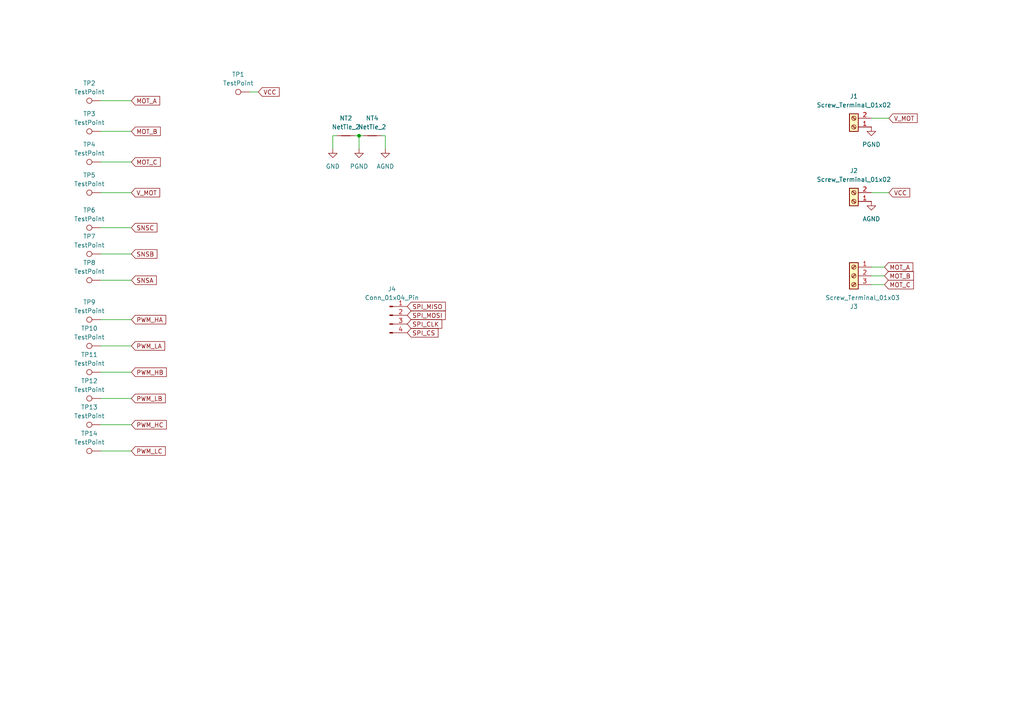
<source format=kicad_sch>
(kicad_sch (version 20250114) (generator "eeschema") (generator_version "9.0")
  (paper "A4")
  (lib_symbols
    (symbol "Connector:Conn_01x04_Pin" (pin_names (offset 1.016) (hide yes))
      (property "Reference" "J" (at 0 5.08 0))
      (property "Value" "Conn_01x04_Pin" (at 0 -7.62 0))
      (symbol "Conn_01x04_Pin_1_1"
        (rectangle (start 0.8636 2.667) (end 0 2.413) (stroke (width 0.1524)) (fill (type outline)))
        (rectangle (start 0.8636 0.127) (end 0 -0.127) (stroke (width 0.1524)) (fill (type outline)))
        (rectangle (start 0.8636 -2.413) (end 0 -2.667) (stroke (width 0.1524)) (fill (type outline)))
        (rectangle (start 0.8636 -4.953) (end 0 -5.207) (stroke (width 0.1524)) (fill (type outline)))
        (polyline (pts (xy 1.27 2.54) (xy 0.8636 2.54)) (stroke (width 0.1524)))
        (polyline (pts (xy 1.27 0) (xy 0.8636 0)) (stroke (width 0.1524)))
        (polyline (pts (xy 1.27 -2.54) (xy 0.8636 -2.54)) (stroke (width 0.1524)))
        (polyline (pts (xy 1.27 -5.08) (xy 0.8636 -5.08)) (stroke (width 0.1524)))
        (pin passive line (at 5.08 2.54 180) (length 3.81) (name "Pin_1") (number "1"))
        (pin passive line (at 5.08 0 180) (length 3.81) (name "Pin_2") (number "2"))
        (pin passive line (at 5.08 -2.54 180) (length 3.81) (name "Pin_3") (number "3"))
        (pin passive line (at 5.08 -5.08 180) (length 3.81) (name "Pin_4") (number "4"))
      )
    )
    (symbol "Connector:Screw_Terminal_01x02" (pin_names (offset 1.016) (hide yes))
      (property "Reference" "J" (at 0 2.54 0))
      (property "Value" "Screw_Terminal_01x02" (at 0 -5.08 0))
      (symbol "Screw_Terminal_01x02_1_1"
        (rectangle (start -1.27 1.27) (end 1.27 -3.81) (stroke (width 0.254)) (fill (type background)))
        (polyline (pts (xy -0.5334 0.3302) (xy 0.3302 -0.508)) (stroke (width 0.1524)))
        (polyline (pts (xy -0.5334 -2.2098) (xy 0.3302 -3.048)) (stroke (width 0.1524)))
        (polyline (pts (xy -0.3556 0.508) (xy 0.508 -0.3302)) (stroke (width 0.1524)))
        (polyline (pts (xy -0.3556 -2.032) (xy 0.508 -2.8702)) (stroke (width 0.1524)))
        (circle (center 0 0) (radius 0.635) (stroke (width 0.1524)))
        (circle (center 0 -2.54) (radius 0.635) (stroke (width 0.1524)))
        (pin passive line (at -5.08 0 0) (length 3.81) (name "Pin_1") (number "1"))
        (pin passive line (at -5.08 -2.54 0) (length 3.81) (name "Pin_2") (number "2"))
      )
    )
    (symbol "Connector:Screw_Terminal_01x03" (pin_names (offset 1.016) (hide yes))
      (property "Reference" "J" (at 0 5.08 0))
      (property "Value" "Screw_Terminal_01x03" (at 0 -5.08 0))
      (symbol "Screw_Terminal_01x03_1_1"
        (rectangle (start -1.27 3.81) (end 1.27 -3.81) (stroke (width 0.254)) (fill (type background)))
        (polyline (pts (xy -0.5334 2.8702) (xy 0.3302 2.032)) (stroke (width 0.1524)))
        (polyline (pts (xy -0.5334 0.3302) (xy 0.3302 -0.508)) (stroke (width 0.1524)))
        (polyline (pts (xy -0.5334 -2.2098) (xy 0.3302 -3.048)) (stroke (width 0.1524)))
        (polyline (pts (xy -0.3556 3.048) (xy 0.508 2.2098)) (stroke (width 0.1524)))
        (polyline (pts (xy -0.3556 0.508) (xy 0.508 -0.3302)) (stroke (width 0.1524)))
        (polyline (pts (xy -0.3556 -2.032) (xy 0.508 -2.8702)) (stroke (width 0.1524)))
        (circle (center 0 2.54) (radius 0.635) (stroke (width 0.1524)))
        (circle (center 0 0) (radius 0.635) (stroke (width 0.1524)))
        (circle (center 0 -2.54) (radius 0.635) (stroke (width 0.1524)))
        (pin passive line (at -5.08 2.54 0) (length 3.81) (name "Pin_1") (number "1"))
        (pin passive line (at -5.08 0 0) (length 3.81) (name "Pin_2") (number "2"))
        (pin passive line (at -5.08 -2.54 0) (length 3.81) (name "Pin_3") (number "3"))
      )
    )
    (symbol "Connector:TestPoint" (pin_numbers (hide yes)) (pin_names (offset 0.762) (hide yes))
      (property "Reference" "TP" (at 0 6.858 0))
      (property "Value" "TestPoint" (at 0 5.08 0))
      (symbol "TestPoint_0_1"
        (circle (center 0 3.302) (radius 0.762))
      )
      (symbol "TestPoint_1_1"
        (pin passive line (at 0 0 90) (length 2.54) (name "1") (number "1"))
      )
    )
    (symbol "Device:NetTie_2" (pin_numbers (hide yes)) (pin_names (offset 0) (hide yes)) (in_bom no)
      (property "Reference" "NT" (at 0 1.27 0))
      (property "Value" "NetTie_2" (at 0 -1.27 0))
      (symbol "NetTie_2_0_1"
        (polyline (pts (xy -1.27 0) (xy 1.27 0)) (stroke (width 0.254)))
      )
      (symbol "NetTie_2_1_1"
        (pin passive line (at -2.54 0 0) (length 2.54) (name "1") (number "1"))
        (pin passive line (at 2.54 0 180) (length 2.54) (name "2") (number "2"))
      )
    )
    (symbol "power:GND" (power) (pin_numbers (hide yes)) (pin_names (offset 0) (hide yes))
      (property "Value" "GND" (at 0 -3.81 0))
      (symbol "GND_0_1"
        (polyline (pts (xy 0 0) (xy 0 -1.27) (xy 1.27 -1.27) (xy 0 -2.54) (xy -1.27 -1.27) (xy 0 -1.27)))
      )
      (symbol "GND_1_1"
        (pin power_in line (at 0 0 270) (length 0) (name "~") (number "1"))
      )
    )
  )
  (text_box "Component selection notes\n1. See gate driver options. \n  - recommended CSD18536KCS (TO-220 package) but \n  - prefer SMD option CSD18534Q5A\n" (exclude_from_sim yes) (at 308.61 15.24 0) (size 67.31 44.45) (margins 0.9525 0.9525 0.9525 0.9525) (fill (type color) (color 255 255 204 1)) (effects (font (size 1.27 1.27)) (justify left top)))
  (junction (at 104.14 39.37))
  (wire (pts (xy 104.14 39.37) (xy 102.87 39.37)))
  (wire (pts (xy 29.21 107.95) (xy 38.1 107.95)))
  (wire (pts (xy 29.21 66.04) (xy 38.1 66.04)))
  (wire (pts (xy 29.21 92.71) (xy 38.1 92.71)))
  (wire (pts (xy 96.52 43.18) (xy 96.52 39.37)))
  (wire (pts (xy 29.21 100.33) (xy 38.1 100.33)))
  (wire (pts (xy 29.21 123.19) (xy 38.1 123.19)))
  (wire (pts (xy 29.21 55.88) (xy 38.1 55.88)))
  (wire (pts (xy 252.73 80.01) (xy 256.54 80.01)))
  (wire (pts (xy 104.14 43.18) (xy 104.14 39.37)))
  (wire (pts (xy 96.52 39.37) (xy 97.79 39.37)))
  (wire (pts (xy 29.21 29.21) (xy 38.1 29.21)))
  (wire (pts (xy 111.76 39.37) (xy 111.76 43.18)))
  (wire (pts (xy 252.73 34.29) (xy 257.81 34.29)))
  (wire (pts (xy 29.21 46.99) (xy 38.1 46.99)))
  (wire (pts (xy 252.73 82.55) (xy 256.54 82.55)))
  (wire (pts (xy 110.49 39.37) (xy 111.76 39.37)))
  (wire (pts (xy 252.73 55.88) (xy 257.81 55.88)))
  (wire (pts (xy 29.21 81.28) (xy 38.1 81.28)))
  (wire (pts (xy 29.21 115.57) (xy 38.1 115.57)))
  (wire (pts (xy 74.93 26.67) (xy 72.39 26.67)))
  (wire (pts (xy 29.21 73.66) (xy 38.1 73.66)))
  (wire (pts (xy 104.14 39.37) (xy 105.41 39.37)))
  (wire (pts (xy 29.21 130.81) (xy 38.1 130.81)))
  (wire (pts (xy 29.21 38.1) (xy 38.1 38.1)))
  (wire (pts (xy 252.73 77.47) (xy 256.54 77.47)))
  (global_label "MOT_B" (shape input) (at 256.54 80.01 0) (property "Intersheetrefs" "${INTERSHEET_REFS}" (at 265.5123 80.01 0) (effects (justify left))))
  (global_label "SPI_CLK" (shape input) (at 118.11 93.98 0) (property "Intersheetrefs" "${INTERSHEET_REFS}" (at 128.7152 93.98 0) (effects (justify left))))
  (global_label "VCC" (shape input) (at 257.81 55.88 0) (property "Intersheetrefs" "${INTERSHEET_REFS}" (at 264.4238 55.88 0) (effects (justify left))))
  (global_label "SNSC" (shape input) (at 38.1 66.04 0) (property "Intersheetrefs" "${INTERSHEET_REFS}" (at 46.1047 66.04 0) (effects (justify left))))
  (global_label "PWM_HB" (shape input) (at 38.1 107.95 0) (property "Intersheetrefs" "${INTERSHEET_REFS}" (at 48.8261 107.95 0) (effects (justify left))))
  (global_label "MOT_C" (shape input) (at 38.1 46.99 0) (property "Intersheetrefs" "${INTERSHEET_REFS}" (at 47.0723 46.99 0) (effects (justify left))))
  (global_label "SNSB" (shape input) (at 38.1 73.66 0) (property "Intersheetrefs" "${INTERSHEET_REFS}" (at 46.1047 73.66 0) (effects (justify left))))
  (global_label "SPI_MOSI" (shape input) (at 118.11 91.44 0) (property "Intersheetrefs" "${INTERSHEET_REFS}" (at 129.7433 91.44 0) (effects (justify left))))
  (global_label "MOT_B" (shape input) (at 38.1 38.1 0) (property "Intersheetrefs" "${INTERSHEET_REFS}" (at 47.0723 38.1 0) (effects (justify left))))
  (global_label "MOT_A" (shape input) (at 38.1 29.21 0) (property "Intersheetrefs" "${INTERSHEET_REFS}" (at 46.8909 29.21 0) (effects (justify left))))
  (global_label "PWM_HC" (shape input) (at 38.1 123.19 0) (property "Intersheetrefs" "${INTERSHEET_REFS}" (at 48.8261 123.19 0) (effects (justify left))))
  (global_label "PWM_HA" (shape input) (at 38.1 92.71 0) (property "Intersheetrefs" "${INTERSHEET_REFS}" (at 48.6447 92.71 0) (effects (justify left))))
  (global_label "MOT_A" (shape input) (at 256.54 77.47 0) (property "Intersheetrefs" "${INTERSHEET_REFS}" (at 265.3309 77.47 0) (effects (justify left))))
  (global_label "PWM_LC" (shape input) (at 38.1 130.81 0) (property "Intersheetrefs" "${INTERSHEET_REFS}" (at 48.5237 130.81 0) (effects (justify left))))
  (global_label "PWM_LB" (shape input) (at 38.1 115.57 0) (property "Intersheetrefs" "${INTERSHEET_REFS}" (at 48.5237 115.57 0) (effects (justify left))))
  (global_label "VCC" (shape input) (at 74.93 26.67 0) (property "Intersheetrefs" "${INTERSHEET_REFS}" (at 81.5438 26.67 0) (effects (justify left))))
  (global_label "V_MOT" (shape input) (at 38.1 55.88 0) (property "Intersheetrefs" "${INTERSHEET_REFS}" (at 46.8909 55.88 0) (effects (justify left))))
  (global_label "SPI_MISO" (shape input) (at 118.11 88.9 0) (property "Intersheetrefs" "${INTERSHEET_REFS}" (at 129.7433 88.9 0) (effects (justify left))))
  (global_label "SPI_CS" (shape input) (at 118.11 96.52 0) (property "Intersheetrefs" "${INTERSHEET_REFS}" (at 127.6266 96.52 0) (effects (justify left))))
  (global_label "MOT_C" (shape input) (at 256.54 82.55 0) (property "Intersheetrefs" "${INTERSHEET_REFS}" (at 265.5123 82.55 0) (effects (justify left))))
  (global_label "SNSA" (shape input) (at 38.1 81.28 0) (property "Intersheetrefs" "${INTERSHEET_REFS}" (at 45.9233 81.28 0) (effects (justify left))))
  (global_label "PWM_LA" (shape input) (at 38.1 100.33 0) (property "Intersheetrefs" "${INTERSHEET_REFS}" (at 48.3423 100.33 0) (effects (justify left))))
  (global_label "V_MOT" (shape input) (at 257.81 34.29 0) (property "Intersheetrefs" "${INTERSHEET_REFS}" (at 266.6009 34.29 0) (effects (justify left))))
  (symbol (lib_id "Connector:TestPoint") (at 29.21 73.66 90) (unit 1)
    (property "Reference" "TP7" (at 25.908 68.58 90))
    (property "Value" "TestPoint" (at 25.908 71.12 90))
    (property "Footprint" "TestPoint:TestPoint_Keystone_5015_Micro_Mini" (effects (hide yes)))
    (property "Description" "test point" (effects (hide yes)))
  )
  (symbol (lib_id "Connector:Screw_Terminal_01x02") (at 247.65 36.83 180) (unit 1)
    (property "Reference" "J1" (at 247.65 27.94 0))
    (property "Value" "Screw_Terminal_01x02" (at 247.65 30.48 0))
    (property "Footprint" "TerminalBlock:TerminalBlock_Xinya_XY308-2.54-2P_1x02_P2.54mm_Horizontal" (effects (hide yes)))
    (property "Description" "Generic screw terminal, single row, 01x02, script generated (kicad-library-utils/schlib/autogen/connector/)" (effects (hide yes)))
  )
  (symbol (lib_id "Device:NetTie_2") (at 107.95 39.37 0) (unit 1) (in_bom no)
    (property "Reference" "NT4" (at 107.95 34.29 0))
    (property "Value" "NetTie_2" (at 107.95 36.83 0))
    (property "Description" "Net tie, 2 pins" (effects (hide yes)))
  )
  (symbol (lib_id "Connector:TestPoint") (at 29.21 123.19 90) (unit 1)
    (property "Reference" "TP13" (at 25.908 118.11 90))
    (property "Value" "TestPoint" (at 25.908 120.65 90))
    (property "Footprint" "TestPoint:TestPoint_Keystone_5015_Micro_Mini" (effects (hide yes)))
    (property "Description" "test point" (effects (hide yes)))
  )
  (symbol (lib_id "Connector:TestPoint") (at 29.21 100.33 90) (unit 1)
    (property "Reference" "TP10" (at 25.908 95.25 90))
    (property "Value" "TestPoint" (at 25.908 97.79 90))
    (property "Footprint" "TestPoint:TestPoint_Keystone_5015_Micro_Mini" (effects (hide yes)))
    (property "Description" "test point" (effects (hide yes)))
  )
  (symbol (lib_id "Connector:TestPoint") (at 29.21 92.71 90) (unit 1)
    (property "Reference" "TP9" (at 25.908 87.63 90))
    (property "Value" "TestPoint" (at 25.908 90.17 90))
    (property "Footprint" "TestPoint:TestPoint_Keystone_5015_Micro_Mini" (effects (hide yes)))
    (property "Description" "test point" (effects (hide yes)))
  )
  (symbol (lib_id "power:GND") (at 96.52 43.18 0) (unit 1)
    (property "Reference" "#PWR016" (effects (hide yes)))
    (property "Value" "GND" (at 96.52 48.26 0))
    (property "Description" "Power symbol creates a global label with name \"GND\" , ground" (effects (hide yes)))
  )
  (symbol (lib_id "power:GND") (at 111.76 43.18 0) (unit 1)
    (property "Reference" "#PWR018" (effects (hide yes)))
    (property "Value" "AGND" (at 111.76 48.26 0))
    (property "Description" "Power symbol creates a global label with name \"GND\" , ground" (effects (hide yes)))
  )
  (symbol (lib_id "power:GND") (at 104.14 43.18 0) (unit 1)
    (property "Reference" "#PWR017" (effects (hide yes)))
    (property "Value" "PGND" (at 104.14 48.26 0))
    (property "Description" "Power symbol creates a global label with name \"GND\" , ground" (effects (hide yes)))
  )
  (symbol (lib_id "Device:NetTie_2") (at 100.33 39.37 0) (unit 1) (in_bom no)
    (property "Reference" "NT2" (at 100.33 34.29 0))
    (property "Value" "NetTie_2" (at 100.33 36.83 0))
    (property "Description" "Net tie, 2 pins" (effects (hide yes)))
  )
  (symbol (lib_id "Connector:TestPoint") (at 29.21 81.28 90) (unit 1)
    (property "Reference" "TP8" (at 25.908 76.2 90))
    (property "Value" "TestPoint" (at 25.908 78.74 90))
    (property "Footprint" "TestPoint:TestPoint_Keystone_5015_Micro_Mini" (effects (hide yes)))
    (property "Description" "test point" (effects (hide yes)))
  )
  (symbol (lib_id "Connector:Screw_Terminal_01x03") (at 247.65 80.01 0) (mirror y) (unit 1)
    (property "Reference" "J3" (at 247.65 88.9 0))
    (property "Value" "Screw_Terminal_01x03" (at 250.19 86.36 0))
    (property "Footprint" "TerminalBlock:TerminalBlock_Xinya_XY308-2.54-3P_1x03_P2.54mm_Horizontal" (effects (hide yes)))
    (property "Description" "Generic screw terminal, single row, 01x03, script generated (kicad-library-utils/schlib/autogen/connector/)" (effects (hide yes)))
  )
  (symbol (lib_id "power:GND") (at 252.73 36.83 0) (unit 1)
    (property "Reference" "#PWR014" (effects (hide yes)))
    (property "Value" "PGND" (at 252.73 41.91 0))
    (property "Description" "Power symbol creates a global label with name \"GND\" , ground" (effects (hide yes)))
  )
  (symbol (lib_id "Connector:TestPoint") (at 29.21 130.81 90) (unit 1)
    (property "Reference" "TP14" (at 25.908 125.73 90))
    (property "Value" "TestPoint" (at 25.908 128.27 90))
    (property "Footprint" "TestPoint:TestPoint_Keystone_5015_Micro_Mini" (effects (hide yes)))
    (property "Description" "test point" (effects (hide yes)))
  )
  (symbol (lib_id "Connector:TestPoint") (at 29.21 107.95 90) (unit 1)
    (property "Reference" "TP11" (at 25.908 102.87 90))
    (property "Value" "TestPoint" (at 25.908 105.41 90))
    (property "Footprint" "TestPoint:TestPoint_Keystone_5015_Micro_Mini" (effects (hide yes)))
    (property "Description" "test point" (effects (hide yes)))
  )
  (symbol (lib_id "power:GND") (at 252.73 58.42 0) (unit 1)
    (property "Reference" "#PWR015" (effects (hide yes)))
    (property "Value" "AGND" (at 252.73 63.5 0))
    (property "Description" "Power symbol creates a global label with name \"GND\" , ground" (effects (hide yes)))
  )
  (symbol (lib_id "Connector:Conn_01x04_Pin") (at 113.03 91.44 0) (unit 1)
    (property "Reference" "J4" (at 113.665 83.82 0))
    (property "Value" "Conn_01x04_Pin" (at 113.665 86.36 0))
    (property "Footprint" "Connector_PinHeader_2.54mm:PinHeader_1x04_P2.54mm_Vertical" (effects (hide yes)))
    (property "Description" "Generic connector, single row, 01x04, script generated" (effects (hide yes)))
  )
  (symbol (lib_id "Connector:TestPoint") (at 72.39 26.67 90) (unit 1)
    (property "Reference" "TP1" (at 69.088 21.59 90))
    (property "Value" "TestPoint" (at 69.088 24.13 90))
    (property "Footprint" "TestPoint:TestPoint_Keystone_5015_Micro_Mini" (effects (hide yes)))
    (property "Description" "test point" (effects (hide yes)))
  )
  (symbol (lib_id "Connector:TestPoint") (at 29.21 66.04 90) (unit 1)
    (property "Reference" "TP6" (at 25.908 60.96 90))
    (property "Value" "TestPoint" (at 25.908 63.5 90))
    (property "Footprint" "TestPoint:TestPoint_Keystone_5015_Micro_Mini" (effects (hide yes)))
    (property "Description" "test point" (effects (hide yes)))
  )
  (symbol (lib_id "Connector:TestPoint") (at 29.21 38.1 90) (unit 1)
    (property "Reference" "TP3" (at 25.908 33.02 90))
    (property "Value" "TestPoint" (at 25.908 35.56 90))
    (property "Footprint" "TestPoint:TestPoint_Keystone_5015_Micro_Mini" (effects (hide yes)))
    (property "Description" "test point" (effects (hide yes)))
  )
  (symbol (lib_id "Connector:TestPoint") (at 29.21 46.99 90) (unit 1)
    (property "Reference" "TP4" (at 25.908 41.91 90))
    (property "Value" "TestPoint" (at 25.908 44.45 90))
    (property "Footprint" "TestPoint:TestPoint_Keystone_5015_Micro_Mini" (effects (hide yes)))
    (property "Description" "test point" (effects (hide yes)))
  )
  (symbol (lib_id "Connector:TestPoint") (at 29.21 115.57 90) (unit 1)
    (property "Reference" "TP12" (at 25.908 110.49 90))
    (property "Value" "TestPoint" (at 25.908 113.03 90))
    (property "Footprint" "TestPoint:TestPoint_Keystone_5015_Micro_Mini" (effects (hide yes)))
    (property "Description" "test point" (effects (hide yes)))
  )
  (symbol (lib_id "Connector:TestPoint") (at 29.21 55.88 90) (unit 1)
    (property "Reference" "TP5" (at 25.908 50.8 90))
    (property "Value" "TestPoint" (at 25.908 53.34 90))
    (property "Footprint" "TestPoint:TestPoint_Keystone_5015_Micro_Mini" (effects (hide yes)))
    (property "Description" "test point" (effects (hide yes)))
  )
  (symbol (lib_id "Connector:TestPoint") (at 29.21 29.21 90) (unit 1)
    (property "Reference" "TP2" (at 25.908 24.13 90))
    (property "Value" "TestPoint" (at 25.908 26.67 90))
    (property "Footprint" "TestPoint:TestPoint_Keystone_5015_Micro_Mini" (effects (hide yes)))
    (property "Description" "test point" (effects (hide yes)))
  )
  (symbol (lib_id "Connector:Screw_Terminal_01x02") (at 247.65 58.42 180) (unit 1)
    (property "Reference" "J2" (at 247.65 49.53 0))
    (property "Value" "Screw_Terminal_01x02" (at 247.65 52.07 0))
    (property "Footprint" "TerminalBlock:TerminalBlock_Xinya_XY308-2.54-2P_1x02_P2.54mm_Horizontal" (effects (hide yes)))
    (property "Description" "Generic screw terminal, single row, 01x02, script generated (kicad-library-utils/schlib/autogen/connector/)" (effects (hide yes)))
  )
  (sheet (at 0 434.34) (size 297.18 173.99) (stroke (width 0.1524))
    (property "Sheetname" "MCU" (at 0 433.6284 0) (show_name yes) (effects (justify left bottom)))
    (property "Sheetfile" "MCU.kicad_sch" (at 0 608.9146 0) (show_name yes) (effects (justify left top)))
  )
  (sheet (at -2.54 642.62) (size 298.45 233.68) (stroke (width 0.1524))
    (property "Sheetname" "Sensors" (at -2.54 641.9084 0) (effects (justify left bottom)))
    (property "Sheetfile" "Sensors.kicad_sch" (at -2.54 876.8846 0) (effects (justify left top)))
  )
  (sheet (at -1.27 228.6) (size 299.72 180.34) (stroke (width 0.1524))
    (property "Sheetname" "Motor Control" (at -1.27 227.8884 0) (effects (justify left bottom)))
    (property "Sheetfile" "MotorControl.kicad_sch" (at -1.27 409.5246 0) (effects (justify left top)))
  )
)
</source>
